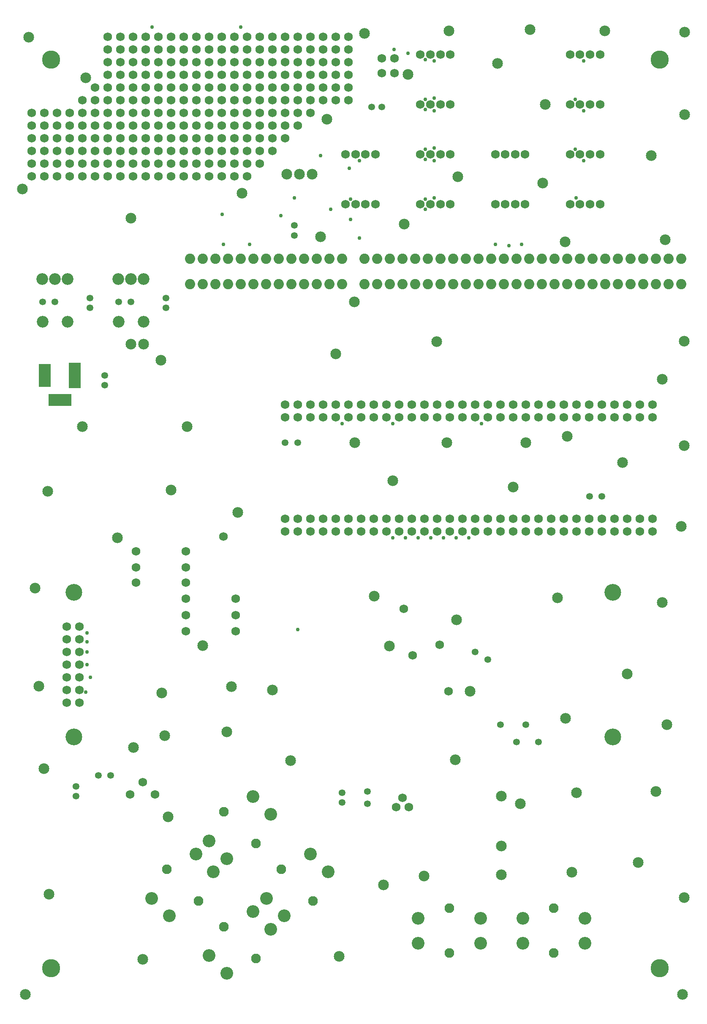
<source format=gbr>
%FSLAX33Y33*%
%MOMM*%
G04 EasyPC Gerber Version 17.0 Build 3379 *
%ADD97R,2.35240X4.55240*%
%ADD100R,2.35240X5.15240*%
%ADD85C,0.75240*%
%ADD120C,1.16240*%
%ADD99C,1.16340*%
%ADD96C,1.35240*%
%ADD80C,1.75240*%
%ADD95C,1.95340*%
%ADD82C,2.05240*%
%ADD81C,2.15240*%
%ADD102C,2.35240*%
%ADD94C,2.55240*%
%ADD92C,3.35240*%
%ADD93C,3.65240*%
%ADD101R,4.55240X2.35240*%
X0Y0D02*
D02*
D80*
X7180Y169740D03*
Y172280D03*
Y174820D03*
Y177360D03*
Y179900D03*
Y182440D03*
X9720Y169740D03*
Y172280D03*
Y174820D03*
Y177360D03*
Y179900D03*
Y182440D03*
X12260Y169740D03*
Y172280D03*
Y174820D03*
Y177360D03*
Y179900D03*
Y182440D03*
X14165Y64330D03*
Y66870D03*
Y69410D03*
Y71950D03*
Y74490D03*
Y77030D03*
Y79570D03*
X14800Y169740D03*
Y172280D03*
Y174820D03*
Y177360D03*
Y179900D03*
Y182440D03*
X16705Y64330D03*
Y66870D03*
Y69410D03*
Y71950D03*
Y74490D03*
Y77030D03*
Y79570D03*
X17340Y169740D03*
Y172280D03*
Y174820D03*
Y177360D03*
Y179900D03*
Y182440D03*
Y184980D03*
X19880Y169740D03*
Y172280D03*
Y174820D03*
Y177360D03*
Y179900D03*
Y182440D03*
Y184980D03*
Y187520D03*
X22420Y169740D03*
Y172280D03*
Y174820D03*
Y177360D03*
Y179900D03*
Y182440D03*
Y184980D03*
Y187520D03*
Y190060D03*
Y192600D03*
Y195140D03*
Y197680D03*
X24960Y169740D03*
Y172280D03*
Y174820D03*
Y177360D03*
Y179900D03*
Y182440D03*
Y184980D03*
Y187520D03*
Y190060D03*
Y192600D03*
Y195140D03*
Y197680D03*
X26905Y45915D03*
X27500Y169740D03*
Y172280D03*
Y174820D03*
Y177360D03*
Y179900D03*
Y182440D03*
Y184980D03*
Y187520D03*
Y190060D03*
Y192600D03*
Y195140D03*
Y197680D03*
X28100Y88350D03*
Y91350D03*
Y94600D03*
X29405Y48415D03*
X30040Y169740D03*
Y172280D03*
Y174820D03*
Y177360D03*
Y179900D03*
Y182440D03*
Y184980D03*
Y187520D03*
Y190060D03*
Y192600D03*
Y195140D03*
Y197680D03*
X31905Y45915D03*
X32580Y169740D03*
Y172280D03*
Y174820D03*
Y177360D03*
Y179900D03*
Y182440D03*
Y184980D03*
Y187520D03*
Y190060D03*
Y192600D03*
Y195140D03*
Y197680D03*
X35120Y169740D03*
Y172280D03*
Y174820D03*
Y177360D03*
Y179900D03*
Y182440D03*
Y184980D03*
Y187520D03*
Y190060D03*
Y192600D03*
Y195140D03*
Y197680D03*
X37660Y169740D03*
Y172280D03*
Y174820D03*
Y177360D03*
Y179900D03*
Y182440D03*
Y184980D03*
Y187520D03*
Y190060D03*
Y192600D03*
Y195140D03*
Y197680D03*
X38100Y78600D03*
Y81850D03*
Y85100D03*
Y88350D03*
Y91350D03*
Y94600D03*
X40200Y169740D03*
Y172280D03*
Y174820D03*
Y177360D03*
Y179900D03*
Y182440D03*
Y184980D03*
Y187520D03*
Y190060D03*
Y192600D03*
Y195140D03*
Y197680D03*
X42740Y169740D03*
Y172280D03*
Y174820D03*
Y177360D03*
Y179900D03*
Y182440D03*
Y184980D03*
Y187520D03*
Y190060D03*
Y192600D03*
Y195140D03*
Y197680D03*
X45280Y169740D03*
Y172280D03*
Y174820D03*
Y177360D03*
Y179900D03*
Y182440D03*
Y184980D03*
Y187520D03*
Y190060D03*
Y192600D03*
Y195140D03*
Y197680D03*
X45600Y97600D03*
X47820Y169740D03*
Y172280D03*
Y174820D03*
Y177360D03*
Y179900D03*
Y182440D03*
Y184980D03*
Y187520D03*
Y190060D03*
Y192600D03*
Y195140D03*
Y197680D03*
X48100Y78600D03*
Y81850D03*
Y85100D03*
X50360Y169740D03*
Y172280D03*
Y174820D03*
Y177360D03*
Y179900D03*
Y182440D03*
Y184980D03*
Y187520D03*
Y190060D03*
Y192600D03*
Y195140D03*
Y197680D03*
X52900Y172280D03*
Y174820D03*
Y177360D03*
Y179900D03*
Y182440D03*
Y184980D03*
Y187520D03*
Y190060D03*
Y192600D03*
Y195140D03*
Y197680D03*
X55440Y174820D03*
Y177360D03*
Y179900D03*
Y182440D03*
Y184980D03*
Y187520D03*
Y190060D03*
Y192600D03*
Y195140D03*
Y197680D03*
X57980Y98620D03*
Y101160D03*
Y121480D03*
Y124020D03*
Y177360D03*
Y179900D03*
Y182440D03*
Y184980D03*
Y187520D03*
Y190060D03*
Y192600D03*
Y195140D03*
Y197680D03*
X60520Y98620D03*
Y101160D03*
Y121480D03*
Y124020D03*
Y179900D03*
Y182440D03*
Y184980D03*
Y187520D03*
Y190060D03*
Y192600D03*
Y195140D03*
Y197680D03*
X63060Y98620D03*
Y101160D03*
Y121480D03*
Y124020D03*
Y182440D03*
Y184980D03*
Y187520D03*
Y190060D03*
Y192600D03*
Y195140D03*
Y197680D03*
X65600Y98620D03*
Y101160D03*
Y121480D03*
Y124020D03*
Y184980D03*
Y187520D03*
Y190060D03*
Y192600D03*
Y195140D03*
Y197680D03*
X68140Y98620D03*
Y101160D03*
Y121480D03*
Y124020D03*
Y184980D03*
Y187520D03*
Y190060D03*
Y192600D03*
Y195140D03*
Y197680D03*
X70100Y164100D03*
Y174100D03*
X70680Y98620D03*
Y101160D03*
Y121480D03*
Y124020D03*
Y184980D03*
Y187520D03*
Y190060D03*
Y192600D03*
Y195140D03*
Y197680D03*
X72100Y164100D03*
Y174100D03*
X73220Y98620D03*
Y101160D03*
Y121480D03*
Y124020D03*
X74100Y164100D03*
Y174100D03*
X75760Y98620D03*
Y101160D03*
Y121480D03*
Y124020D03*
X76100Y164100D03*
Y174100D03*
X77350Y190350D03*
Y193350D03*
X78300Y98620D03*
Y101160D03*
Y121480D03*
Y124020D03*
X79890Y190350D03*
Y193350D03*
X80205Y43375D03*
X80840Y98620D03*
Y101160D03*
Y121480D03*
Y124020D03*
X81475Y45280D03*
X81804Y83054D03*
X82745Y43375D03*
X83380Y98620D03*
Y101160D03*
Y121480D03*
Y124020D03*
X83554Y73804D03*
X85100Y164100D03*
Y174100D03*
Y184100D03*
Y194100D03*
X85920Y98620D03*
Y101160D03*
Y121480D03*
Y124020D03*
X87100Y164100D03*
Y174100D03*
Y184100D03*
Y194100D03*
X88460Y98620D03*
Y101160D03*
Y121480D03*
Y124020D03*
X88988Y75870D03*
X89100Y164100D03*
Y174100D03*
Y184100D03*
Y194100D03*
X90738Y66620D03*
X91000Y98620D03*
Y101160D03*
Y121480D03*
Y124020D03*
X91100Y164100D03*
Y174100D03*
Y184100D03*
Y194100D03*
X93540Y98620D03*
Y101160D03*
Y121480D03*
Y124020D03*
X96080Y98620D03*
Y101160D03*
Y121480D03*
Y124020D03*
X98620Y98620D03*
Y101160D03*
Y121480D03*
Y124020D03*
X100100Y164100D03*
Y174100D03*
X101160Y98620D03*
Y101160D03*
Y121480D03*
Y124020D03*
X102100Y164100D03*
Y174100D03*
X103700Y98620D03*
Y101160D03*
Y121480D03*
Y124020D03*
X104100Y164100D03*
Y174100D03*
X106100Y164100D03*
Y174100D03*
X106240Y98620D03*
Y101160D03*
Y121480D03*
Y124020D03*
X108780Y98620D03*
Y101160D03*
Y121480D03*
Y124020D03*
X111320Y98620D03*
Y101160D03*
Y121480D03*
Y124020D03*
X113860Y98620D03*
Y101160D03*
Y121480D03*
Y124020D03*
X115100Y164100D03*
Y174100D03*
Y184100D03*
Y194100D03*
X116400Y98620D03*
Y101160D03*
Y121480D03*
Y124020D03*
X117100Y164100D03*
Y174100D03*
Y184100D03*
Y194100D03*
X118940Y98620D03*
Y101160D03*
Y121480D03*
Y124020D03*
X119100Y164100D03*
Y174100D03*
Y184100D03*
Y194100D03*
X121100Y164100D03*
Y174100D03*
Y184100D03*
Y194100D03*
X121480Y98620D03*
Y101160D03*
Y121480D03*
Y124020D03*
X124020Y98620D03*
Y101160D03*
Y121480D03*
Y124020D03*
X126560Y98620D03*
Y101160D03*
Y121480D03*
Y124020D03*
X129100Y98620D03*
Y101160D03*
Y121480D03*
Y124020D03*
X131640Y98620D03*
Y101160D03*
Y121480D03*
Y124020D03*
D02*
D81*
X5275Y167200D03*
X5910Y5910D03*
X6600Y197600D03*
X7860Y87220D03*
X8600Y67600D03*
X9600Y51100D03*
X10350Y106600D03*
X10673Y25913D03*
X17350Y119600D03*
X17975Y189425D03*
X24350Y97350D03*
X27060Y136100D03*
X27100Y161350D03*
X27600Y55350D03*
X29405Y12895D03*
X29600Y136100D03*
X33100Y132850D03*
X33215Y66235D03*
X33850Y57663D03*
X34485Y41470D03*
X35120Y106875D03*
X38350Y119600D03*
X41470Y75760D03*
X46260Y58420D03*
X47185Y67505D03*
X48455Y102430D03*
X49350Y166350D03*
X55440Y66870D03*
X58310Y170100D03*
X59060Y52660D03*
X60850Y170100D03*
X63390D03*
X65100Y157600D03*
X66350Y181100D03*
X68140Y134180D03*
X68775Y13530D03*
X71850Y144600D03*
X71950Y116400D03*
X73855Y198315D03*
X75850Y85600D03*
X77665Y27818D03*
X78850Y75600D03*
X79570Y108780D03*
X81850Y160100D03*
X82600Y190100D03*
X85850Y29600D03*
X88350Y136600D03*
X90365Y116400D03*
X90850Y198850D03*
X92100Y52850D03*
X92350Y80850D03*
X92600Y169600D03*
X95100Y66600D03*
X100600Y192350D03*
X101350Y29850D03*
Y35600D03*
Y45600D03*
X103700Y107510D03*
X105100Y44100D03*
X106240Y116400D03*
X107100Y199100D03*
X109600Y168350D03*
X110100Y184100D03*
X112590Y85285D03*
X114100Y156600D03*
X114177Y61155D03*
X114495Y117670D03*
X115448Y30358D03*
X116400Y46233D03*
X122100Y198850D03*
X125600Y112350D03*
X126521Y70024D03*
X128783Y32263D03*
X131350Y173850D03*
X132275Y46550D03*
X133545Y84333D03*
Y129100D03*
X134180Y157040D03*
X134498Y59885D03*
X137355Y99573D03*
X137673Y5910D03*
X137990Y25278D03*
Y115765D03*
Y136720D03*
X138100Y182100D03*
Y198600D03*
D02*
D82*
X38930Y148150D03*
Y153230D03*
X41470Y148150D03*
Y153230D03*
X44010Y148150D03*
Y153230D03*
X46550Y148150D03*
Y153230D03*
X49090Y148150D03*
Y153230D03*
X51630Y148150D03*
Y153230D03*
X54170Y148150D03*
Y153230D03*
X56710Y148150D03*
Y153230D03*
X59250Y148150D03*
Y153230D03*
X61790Y148150D03*
Y153230D03*
X64330Y148150D03*
Y153230D03*
X66870Y148150D03*
Y153230D03*
X69410Y148150D03*
Y153230D03*
X73855Y148150D03*
Y153230D03*
X76395Y148150D03*
Y153230D03*
X78935Y148150D03*
Y153230D03*
X81475Y148150D03*
Y153230D03*
X84015Y148150D03*
Y153230D03*
X86555Y148150D03*
Y153230D03*
X89095Y148150D03*
Y153230D03*
X91635Y148150D03*
Y153230D03*
X94175Y148150D03*
Y153230D03*
X96715Y148150D03*
Y153230D03*
X99255Y148150D03*
Y153230D03*
X101795Y148150D03*
Y153230D03*
X104335Y148150D03*
Y153230D03*
X106875Y148150D03*
Y153230D03*
X109415Y148150D03*
Y153230D03*
X111955Y148150D03*
Y153230D03*
X114495Y148150D03*
Y153230D03*
X117035Y148150D03*
Y153230D03*
X119575Y148150D03*
Y153230D03*
X122115Y148150D03*
Y153230D03*
X124655Y148150D03*
Y153230D03*
X127195Y148150D03*
Y153230D03*
X129735Y148150D03*
Y153230D03*
X132275Y148150D03*
Y153230D03*
X134815Y148150D03*
Y153230D03*
X137355Y148150D03*
Y153230D03*
D02*
D85*
X17970Y66374D03*
X18287Y76530D03*
X18293Y71950D03*
Y74490D03*
Y78300D03*
X18927Y69410D03*
X31310Y199585D03*
X45350Y162100D03*
X45600Y156100D03*
X49090Y199585D03*
X50850Y156100D03*
X57100Y161850D03*
X59850Y165350D03*
X60520Y78935D03*
X65100Y173850D03*
X67100Y163100D03*
X69410Y120210D03*
X70850Y171350D03*
X71100Y161100D03*
Y165100D03*
X72850Y157350D03*
Y172850D03*
X79570Y97350D03*
Y120210D03*
X79850Y195100D03*
X82110Y97350D03*
X82600Y194350D03*
X84650Y97350D03*
X86100Y163100D03*
Y165100D03*
Y173100D03*
Y175100D03*
Y183100D03*
Y185100D03*
Y193100D03*
X87190Y97350D03*
X87850Y165350D03*
Y172850D03*
Y175350D03*
Y182850D03*
Y185350D03*
Y192850D03*
X89730Y97350D03*
X92270D03*
X94810D03*
X97350Y120210D03*
X100100Y156100D03*
X102850Y155850D03*
X105350Y156100D03*
X116100Y175100D03*
Y185100D03*
X116350Y165350D03*
X117850Y172850D03*
Y182850D03*
Y192850D03*
D02*
D92*
X15665Y57430D03*
Y86430D03*
X123665Y57430D03*
Y86430D03*
D02*
D93*
X11100Y11100D03*
Y193100D03*
X133100Y11100D03*
Y193100D03*
D02*
D94*
X31231Y25131D03*
X34766Y21595D03*
X40070Y33969D03*
X42731Y36631D03*
X42731Y13630D03*
X43605Y30434D03*
X46266Y33095D03*
X46267Y10095D03*
X51569Y45469D03*
X51570Y22469D03*
X54231Y25130D03*
X55105Y41934D03*
X55105Y18933D03*
X57767Y21595D03*
X63070Y33969D03*
X66605Y30433D03*
X84650Y16150D03*
Y21150D03*
X97150Y16150D03*
Y21150D03*
X105605Y16150D03*
Y21150D03*
X118105Y16150D03*
Y21150D03*
D02*
D95*
X34236Y30964D03*
X40600Y24600D03*
X45736Y42464D03*
X45736Y19464D03*
X52100Y36100D03*
X52100Y13100D03*
X57236Y30964D03*
X63600Y24600D03*
X90900Y14150D03*
Y23150D03*
X111855Y14150D03*
Y23150D03*
D02*
D96*
X9350Y144600D03*
X11850D03*
X16070Y45550D03*
Y47550D03*
X18850Y143350D03*
Y145350D03*
X20515Y49725D03*
X21850Y127850D03*
Y129850D03*
X23015Y49725D03*
X24600Y144600D03*
X27100D03*
X34100Y143350D03*
Y145350D03*
X57980Y116400D03*
X59850Y157850D03*
Y159850D03*
X60480Y116400D03*
X69410Y44280D03*
Y46280D03*
X74490Y44050D03*
Y46550D03*
X75350Y183600D03*
X77350D03*
X96080Y74490D03*
X98620Y72903D03*
X101160Y59885D03*
X104335Y56393D03*
X106240Y59885D03*
X108780Y56393D03*
X118980Y105605D03*
X121480D03*
D02*
D97*
X9800Y129850D03*
D02*
D99*
X15800Y128450D03*
Y128550D03*
Y128650D03*
Y128750D03*
Y128850D03*
Y128950D03*
Y129050D03*
Y129150D03*
Y129250D03*
Y129350D03*
Y129450D03*
Y129550D03*
Y129650D03*
Y129750D03*
Y129950D03*
Y130050D03*
Y130150D03*
Y130250D03*
Y130350D03*
Y130450D03*
Y130550D03*
Y130650D03*
Y130750D03*
Y130850D03*
Y130950D03*
Y131050D03*
Y131150D03*
Y131250D03*
D02*
D100*
Y129850D03*
D02*
D101*
X12850Y124950D03*
D02*
D102*
X9310Y149100D03*
X9350Y140600D03*
X11850Y149100D03*
X14350Y140600D03*
X14390Y149100D03*
X24560D03*
X24600Y140600D03*
X27100Y149100D03*
X29600Y140600D03*
X29640Y149100D03*
D02*
D120*
X9800Y128750D03*
Y128850D03*
Y128950D03*
Y129050D03*
Y129150D03*
Y129250D03*
Y129350D03*
Y129450D03*
Y129550D03*
Y129650D03*
Y129750D03*
Y129950D03*
Y130050D03*
Y130150D03*
Y130250D03*
Y130350D03*
Y130450D03*
Y130550D03*
Y130650D03*
Y130750D03*
Y130850D03*
Y130950D03*
X11750Y124950D03*
D03*
X11850D03*
X11950D03*
X12050D03*
X12150D03*
X12250D03*
X12350D03*
X12450D03*
D03*
X12550D03*
X12650D03*
X12750D03*
X12950D03*
X13050D03*
X13150D03*
X13250D03*
X13350D03*
X13450D03*
X13550D03*
D03*
X13650D03*
X13750D03*
X13850D03*
X13950D03*
X0Y0D02*
M02*

</source>
